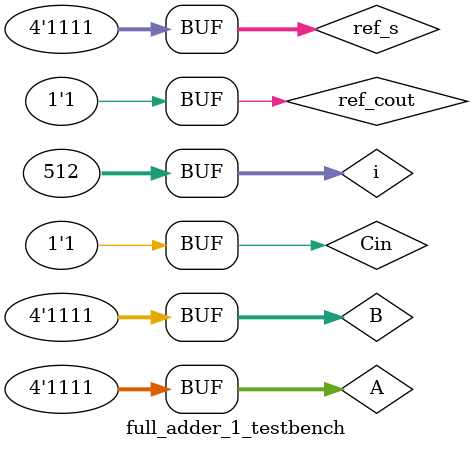
<source format=v>
`timescale 1ns / 1ps


module full_adder_1_testbench();
reg [0:3] A; reg [0:3] B; reg Cin;
wire [0:3] S; wire C;
wire [0:3] ref_s; wire ref_cout, err;

rca_4 dut(.A(A),.B(B), .Cin(Cin), .S(S), .Cout(C));

assign {ref_cout, ref_s} = A + B + Cin;

assign err = (ref_s != S) || (ref_cout != C);


integer i;
initial begin
    for ( i = 0; i < 512; i = i + 1 ) begin
        {A, B, Cin} = i; #10
        if (err == 1)
        $display("Input combination %d failed.", i);
end
end
endmodule

</source>
